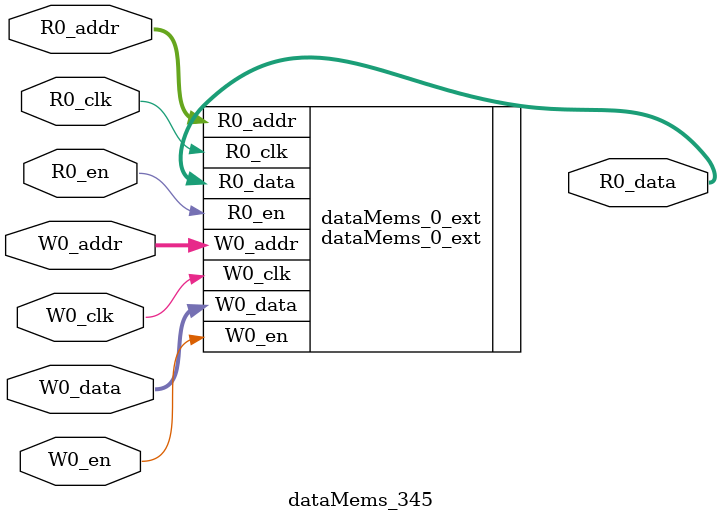
<source format=sv>
`ifndef RANDOMIZE
  `ifdef RANDOMIZE_REG_INIT
    `define RANDOMIZE
  `endif // RANDOMIZE_REG_INIT
`endif // not def RANDOMIZE
`ifndef RANDOMIZE
  `ifdef RANDOMIZE_MEM_INIT
    `define RANDOMIZE
  `endif // RANDOMIZE_MEM_INIT
`endif // not def RANDOMIZE

`ifndef RANDOM
  `define RANDOM $random
`endif // not def RANDOM

// Users can define 'PRINTF_COND' to add an extra gate to prints.
`ifndef PRINTF_COND_
  `ifdef PRINTF_COND
    `define PRINTF_COND_ (`PRINTF_COND)
  `else  // PRINTF_COND
    `define PRINTF_COND_ 1
  `endif // PRINTF_COND
`endif // not def PRINTF_COND_

// Users can define 'ASSERT_VERBOSE_COND' to add an extra gate to assert error printing.
`ifndef ASSERT_VERBOSE_COND_
  `ifdef ASSERT_VERBOSE_COND
    `define ASSERT_VERBOSE_COND_ (`ASSERT_VERBOSE_COND)
  `else  // ASSERT_VERBOSE_COND
    `define ASSERT_VERBOSE_COND_ 1
  `endif // ASSERT_VERBOSE_COND
`endif // not def ASSERT_VERBOSE_COND_

// Users can define 'STOP_COND' to add an extra gate to stop conditions.
`ifndef STOP_COND_
  `ifdef STOP_COND
    `define STOP_COND_ (`STOP_COND)
  `else  // STOP_COND
    `define STOP_COND_ 1
  `endif // STOP_COND
`endif // not def STOP_COND_

// Users can define INIT_RANDOM as general code that gets injected into the
// initializer block for modules with registers.
`ifndef INIT_RANDOM
  `define INIT_RANDOM
`endif // not def INIT_RANDOM

// If using random initialization, you can also define RANDOMIZE_DELAY to
// customize the delay used, otherwise 0.002 is used.
`ifndef RANDOMIZE_DELAY
  `define RANDOMIZE_DELAY 0.002
`endif // not def RANDOMIZE_DELAY

// Define INIT_RANDOM_PROLOG_ for use in our modules below.
`ifndef INIT_RANDOM_PROLOG_
  `ifdef RANDOMIZE
    `ifdef VERILATOR
      `define INIT_RANDOM_PROLOG_ `INIT_RANDOM
    `else  // VERILATOR
      `define INIT_RANDOM_PROLOG_ `INIT_RANDOM #`RANDOMIZE_DELAY begin end
    `endif // VERILATOR
  `else  // RANDOMIZE
    `define INIT_RANDOM_PROLOG_
  `endif // RANDOMIZE
`endif // not def INIT_RANDOM_PROLOG_

// Include register initializers in init blocks unless synthesis is set
`ifndef SYNTHESIS
  `ifndef ENABLE_INITIAL_REG_
    `define ENABLE_INITIAL_REG_
  `endif // not def ENABLE_INITIAL_REG_
`endif // not def SYNTHESIS

// Include rmemory initializers in init blocks unless synthesis is set
`ifndef SYNTHESIS
  `ifndef ENABLE_INITIAL_MEM_
    `define ENABLE_INITIAL_MEM_
  `endif // not def ENABLE_INITIAL_MEM_
`endif // not def SYNTHESIS

module dataMems_345(	// @[generators/ara/src/main/scala/UnsafeAXI4ToTL.scala:365:62]
  input  [4:0]  R0_addr,
  input         R0_en,
  input         R0_clk,
  output [66:0] R0_data,
  input  [4:0]  W0_addr,
  input         W0_en,
  input         W0_clk,
  input  [66:0] W0_data
);

  dataMems_0_ext dataMems_0_ext (	// @[generators/ara/src/main/scala/UnsafeAXI4ToTL.scala:365:62]
    .R0_addr (R0_addr),
    .R0_en   (R0_en),
    .R0_clk  (R0_clk),
    .R0_data (R0_data),
    .W0_addr (W0_addr),
    .W0_en   (W0_en),
    .W0_clk  (W0_clk),
    .W0_data (W0_data)
  );
endmodule


</source>
